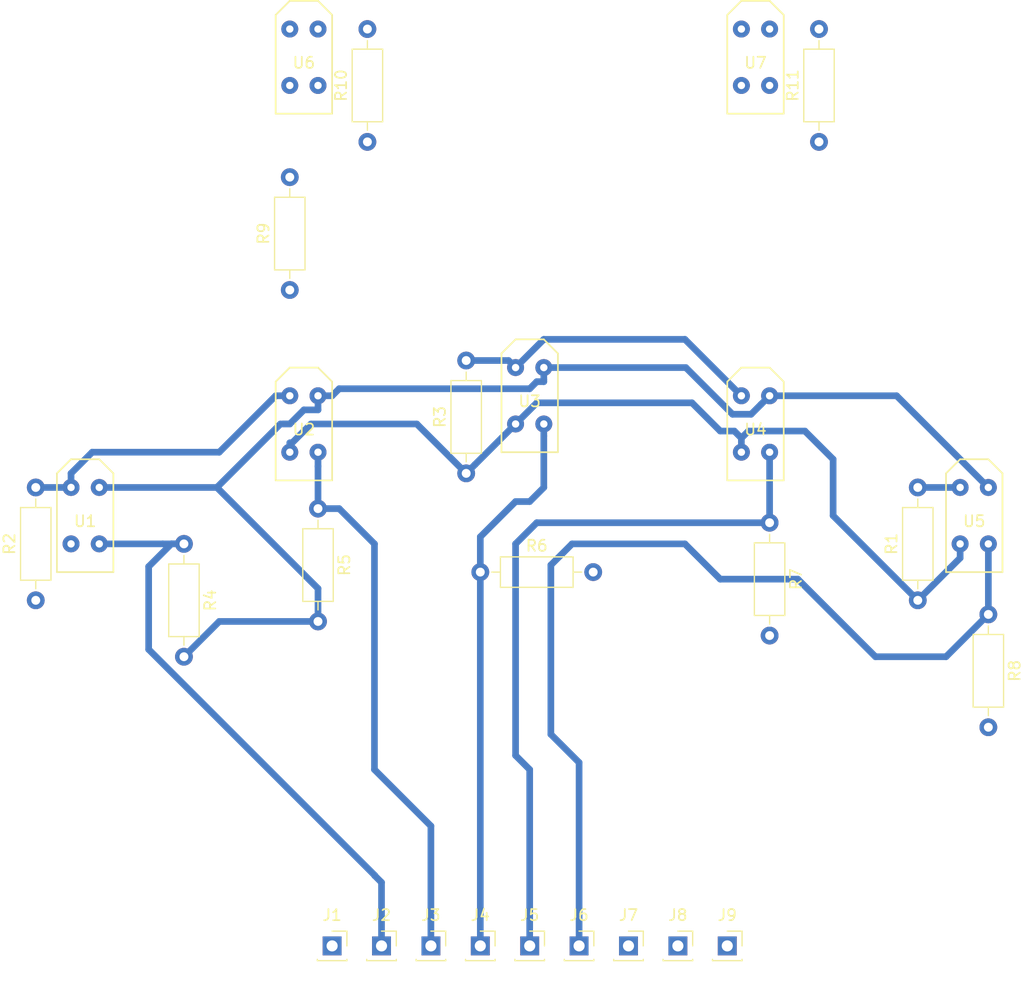
<source format=kicad_pcb>
(kicad_pcb (version 20171130) (host pcbnew "(5.0.2)-1")

  (general
    (thickness 1.6)
    (drawings 0)
    (tracks 96)
    (zones 0)
    (modules 27)
    (nets 14)
  )

  (page A4)
  (layers
    (0 F.Cu signal)
    (31 B.Cu signal)
    (32 B.Adhes user)
    (33 F.Adhes user)
    (34 B.Paste user)
    (35 F.Paste user)
    (36 B.SilkS user)
    (37 F.SilkS user)
    (38 B.Mask user)
    (39 F.Mask user)
    (40 Dwgs.User user)
    (41 Cmts.User user)
    (42 Eco1.User user)
    (43 Eco2.User user)
    (44 Edge.Cuts user)
    (45 Margin user)
    (46 B.CrtYd user)
    (47 F.CrtYd user)
    (48 B.Fab user)
    (49 F.Fab user)
  )

  (setup
    (last_trace_width 0.25)
    (trace_clearance 0.2)
    (zone_clearance 0.508)
    (zone_45_only no)
    (trace_min 0.2)
    (segment_width 0.2)
    (edge_width 0.15)
    (via_size 0.8)
    (via_drill 0.4)
    (via_min_size 0.4)
    (via_min_drill 0.3)
    (uvia_size 0.3)
    (uvia_drill 0.1)
    (uvias_allowed no)
    (uvia_min_size 0.2)
    (uvia_min_drill 0.1)
    (pcb_text_width 0.3)
    (pcb_text_size 1.5 1.5)
    (mod_edge_width 0.15)
    (mod_text_size 1 1)
    (mod_text_width 0.15)
    (pad_size 1.524 1.524)
    (pad_drill 0.762)
    (pad_to_mask_clearance 0.051)
    (solder_mask_min_width 0.25)
    (aux_axis_origin 0 0)
    (visible_elements 7FFFFFFF)
    (pcbplotparams
      (layerselection 0x010fc_ffffffff)
      (usegerberextensions false)
      (usegerberattributes false)
      (usegerberadvancedattributes false)
      (creategerberjobfile false)
      (excludeedgelayer true)
      (linewidth 0.100000)
      (plotframeref false)
      (viasonmask false)
      (mode 1)
      (useauxorigin false)
      (hpglpennumber 1)
      (hpglpenspeed 20)
      (hpglpendiameter 15.000000)
      (psnegative false)
      (psa4output false)
      (plotreference true)
      (plotvalue true)
      (plotinvisibletext false)
      (padsonsilk false)
      (subtractmaskfromsilk false)
      (outputformat 1)
      (mirror false)
      (drillshape 1)
      (scaleselection 1)
      (outputdirectory ""))
  )

  (net 0 "")
  (net 1 VCC)
  (net 2 S1)
  (net 3 S2)
  (net 4 S3)
  (net 5 S4)
  (net 6 S5)
  (net 7 S6)
  (net 8 S7)
  (net 9 GND)
  (net 10 "Net-(R1-Pad2)")
  (net 11 "Net-(R2-Pad2)")
  (net 12 "Net-(R3-Pad2)")
  (net 13 "Net-(R9-Pad2)")

  (net_class Default "Esta é a classe de rede padrão."
    (clearance 0.2)
    (trace_width 0.25)
    (via_dia 0.8)
    (via_drill 0.4)
    (uvia_dia 0.3)
    (uvia_drill 0.1)
  )

  (net_class track ""
    (clearance 0.6)
    (trace_width 0.6)
    (via_dia 1.6)
    (via_drill 1)
    (uvia_dia 0.3)
    (uvia_drill 0.1)
    (add_net GND)
    (add_net "Net-(R1-Pad2)")
    (add_net "Net-(R2-Pad2)")
    (add_net "Net-(R3-Pad2)")
    (add_net "Net-(R9-Pad2)")
    (add_net S1)
    (add_net S2)
    (add_net S3)
    (add_net S4)
    (add_net S5)
    (add_net S6)
    (add_net S7)
    (add_net VCC)
  )

  (module cyclophone:TCRT50002 (layer F.Cu) (tedit 5C50F7F0) (tstamp 5C6A71F4)
    (at 140.97 86.995)
    (path /5C4E1545)
    (fp_text reference U2 (at 0 0.5) (layer F.SilkS)
      (effects (font (size 1 1) (thickness 0.15)))
    )
    (fp_text value TCRT5000 (at 0 3.81) (layer F.Fab)
      (effects (font (size 1 1) (thickness 0.15)))
    )
    (fp_line (start -1.27 -5.08) (end 1.27 -5.08) (layer F.SilkS) (width 0.15))
    (fp_line (start 1.27 -5.08) (end 2.54 -3.81) (layer F.SilkS) (width 0.15))
    (fp_line (start 2.54 -3.81) (end 2.54 5.08) (layer F.SilkS) (width 0.15))
    (fp_line (start 2.54 5.08) (end -2.54 5.08) (layer F.SilkS) (width 0.15))
    (fp_line (start -2.54 5.08) (end -2.54 -3.81) (layer F.SilkS) (width 0.15))
    (fp_line (start -2.54 -3.81) (end -1.27 -5.08) (layer F.SilkS) (width 0.15))
    (pad 1 thru_hole circle (at -1.27 -2.54) (size 1.524 1.524) (drill 0.662) (layers *.Cu *.Mask)
      (net 11 "Net-(R2-Pad2)"))
    (pad 2 thru_hole circle (at 1.27 -2.54) (size 1.524 1.524) (drill 0.662) (layers *.Cu *.Mask)
      (net 9 GND))
    (pad 3 thru_hole circle (at -1.27 2.54) (size 1.524 1.524) (drill 0.662) (layers *.Cu *.Mask)
      (net 1 VCC))
    (pad 4 thru_hole circle (at 1.27 2.54) (size 1.524 1.524) (drill 0.662) (layers *.Cu *.Mask)
      (net 3 S2))
  )

  (module Connector_PinSocket_2.54mm:PinSocket_1x01_P2.54mm_Vertical (layer F.Cu) (tedit 5A19A434) (tstamp 5C685A21)
    (at 143.51 133.985)
    (descr "Through hole straight socket strip, 1x01, 2.54mm pitch, single row (from Kicad 4.0.7), script generated")
    (tags "Through hole socket strip THT 1x01 2.54mm single row")
    (path /5C4F42C9)
    (fp_text reference J1 (at 0 -2.77) (layer F.SilkS)
      (effects (font (size 1 1) (thickness 0.15)))
    )
    (fp_text value Conn_01x01_Female (at 0 2.77) (layer F.Fab)
      (effects (font (size 1 1) (thickness 0.15)))
    )
    (fp_line (start -1.27 -1.27) (end 0.635 -1.27) (layer F.Fab) (width 0.1))
    (fp_line (start 0.635 -1.27) (end 1.27 -0.635) (layer F.Fab) (width 0.1))
    (fp_line (start 1.27 -0.635) (end 1.27 1.27) (layer F.Fab) (width 0.1))
    (fp_line (start 1.27 1.27) (end -1.27 1.27) (layer F.Fab) (width 0.1))
    (fp_line (start -1.27 1.27) (end -1.27 -1.27) (layer F.Fab) (width 0.1))
    (fp_line (start -1.33 1.33) (end 1.33 1.33) (layer F.SilkS) (width 0.12))
    (fp_line (start -1.33 1.21) (end -1.33 1.33) (layer F.SilkS) (width 0.12))
    (fp_line (start 1.33 1.21) (end 1.33 1.33) (layer F.SilkS) (width 0.12))
    (fp_line (start 1.33 -1.33) (end 1.33 0) (layer F.SilkS) (width 0.12))
    (fp_line (start 0 -1.33) (end 1.33 -1.33) (layer F.SilkS) (width 0.12))
    (fp_line (start -1.8 -1.8) (end 1.75 -1.8) (layer F.CrtYd) (width 0.05))
    (fp_line (start 1.75 -1.8) (end 1.75 1.75) (layer F.CrtYd) (width 0.05))
    (fp_line (start 1.75 1.75) (end -1.8 1.75) (layer F.CrtYd) (width 0.05))
    (fp_line (start -1.8 1.75) (end -1.8 -1.8) (layer F.CrtYd) (width 0.05))
    (fp_text user %R (at 0 0) (layer F.Fab)
      (effects (font (size 1 1) (thickness 0.15)))
    )
    (pad 1 thru_hole rect (at 0 0) (size 1.7 1.7) (drill 1) (layers *.Cu *.Mask)
      (net 1 VCC))
    (model ${KISYS3DMOD}/Connector_PinSocket_2.54mm.3dshapes/PinSocket_1x01_P2.54mm_Vertical.wrl
      (at (xyz 0 0 0))
      (scale (xyz 1 1 1))
      (rotate (xyz 0 0 0))
    )
  )

  (module Connector_PinSocket_2.54mm:PinSocket_1x01_P2.54mm_Vertical (layer F.Cu) (tedit 5A19A434) (tstamp 5C685A35)
    (at 147.955 133.985)
    (descr "Through hole straight socket strip, 1x01, 2.54mm pitch, single row (from Kicad 4.0.7), script generated")
    (tags "Through hole socket strip THT 1x01 2.54mm single row")
    (path /5C4F436B)
    (fp_text reference J2 (at 0 -2.77) (layer F.SilkS)
      (effects (font (size 1 1) (thickness 0.15)))
    )
    (fp_text value Conn_01x01_Female (at 0 2.77) (layer F.Fab)
      (effects (font (size 1 1) (thickness 0.15)))
    )
    (fp_text user %R (at 0 0) (layer F.Fab)
      (effects (font (size 1 1) (thickness 0.15)))
    )
    (fp_line (start -1.8 1.75) (end -1.8 -1.8) (layer F.CrtYd) (width 0.05))
    (fp_line (start 1.75 1.75) (end -1.8 1.75) (layer F.CrtYd) (width 0.05))
    (fp_line (start 1.75 -1.8) (end 1.75 1.75) (layer F.CrtYd) (width 0.05))
    (fp_line (start -1.8 -1.8) (end 1.75 -1.8) (layer F.CrtYd) (width 0.05))
    (fp_line (start 0 -1.33) (end 1.33 -1.33) (layer F.SilkS) (width 0.12))
    (fp_line (start 1.33 -1.33) (end 1.33 0) (layer F.SilkS) (width 0.12))
    (fp_line (start 1.33 1.21) (end 1.33 1.33) (layer F.SilkS) (width 0.12))
    (fp_line (start -1.33 1.21) (end -1.33 1.33) (layer F.SilkS) (width 0.12))
    (fp_line (start -1.33 1.33) (end 1.33 1.33) (layer F.SilkS) (width 0.12))
    (fp_line (start -1.27 1.27) (end -1.27 -1.27) (layer F.Fab) (width 0.1))
    (fp_line (start 1.27 1.27) (end -1.27 1.27) (layer F.Fab) (width 0.1))
    (fp_line (start 1.27 -0.635) (end 1.27 1.27) (layer F.Fab) (width 0.1))
    (fp_line (start 0.635 -1.27) (end 1.27 -0.635) (layer F.Fab) (width 0.1))
    (fp_line (start -1.27 -1.27) (end 0.635 -1.27) (layer F.Fab) (width 0.1))
    (pad 1 thru_hole rect (at 0 0) (size 1.7 1.7) (drill 1) (layers *.Cu *.Mask)
      (net 2 S1))
    (model ${KISYS3DMOD}/Connector_PinSocket_2.54mm.3dshapes/PinSocket_1x01_P2.54mm_Vertical.wrl
      (at (xyz 0 0 0))
      (scale (xyz 1 1 1))
      (rotate (xyz 0 0 0))
    )
  )

  (module Connector_PinSocket_2.54mm:PinSocket_1x01_P2.54mm_Vertical (layer F.Cu) (tedit 5A19A434) (tstamp 5C685A49)
    (at 152.4 133.985)
    (descr "Through hole straight socket strip, 1x01, 2.54mm pitch, single row (from Kicad 4.0.7), script generated")
    (tags "Through hole socket strip THT 1x01 2.54mm single row")
    (path /5C4F43A5)
    (fp_text reference J3 (at 0 -2.77) (layer F.SilkS)
      (effects (font (size 1 1) (thickness 0.15)))
    )
    (fp_text value Conn_01x01_Female (at 0 2.77) (layer F.Fab)
      (effects (font (size 1 1) (thickness 0.15)))
    )
    (fp_line (start -1.27 -1.27) (end 0.635 -1.27) (layer F.Fab) (width 0.1))
    (fp_line (start 0.635 -1.27) (end 1.27 -0.635) (layer F.Fab) (width 0.1))
    (fp_line (start 1.27 -0.635) (end 1.27 1.27) (layer F.Fab) (width 0.1))
    (fp_line (start 1.27 1.27) (end -1.27 1.27) (layer F.Fab) (width 0.1))
    (fp_line (start -1.27 1.27) (end -1.27 -1.27) (layer F.Fab) (width 0.1))
    (fp_line (start -1.33 1.33) (end 1.33 1.33) (layer F.SilkS) (width 0.12))
    (fp_line (start -1.33 1.21) (end -1.33 1.33) (layer F.SilkS) (width 0.12))
    (fp_line (start 1.33 1.21) (end 1.33 1.33) (layer F.SilkS) (width 0.12))
    (fp_line (start 1.33 -1.33) (end 1.33 0) (layer F.SilkS) (width 0.12))
    (fp_line (start 0 -1.33) (end 1.33 -1.33) (layer F.SilkS) (width 0.12))
    (fp_line (start -1.8 -1.8) (end 1.75 -1.8) (layer F.CrtYd) (width 0.05))
    (fp_line (start 1.75 -1.8) (end 1.75 1.75) (layer F.CrtYd) (width 0.05))
    (fp_line (start 1.75 1.75) (end -1.8 1.75) (layer F.CrtYd) (width 0.05))
    (fp_line (start -1.8 1.75) (end -1.8 -1.8) (layer F.CrtYd) (width 0.05))
    (fp_text user %R (at 0 0) (layer F.Fab)
      (effects (font (size 1 1) (thickness 0.15)))
    )
    (pad 1 thru_hole rect (at 0 0) (size 1.7 1.7) (drill 1) (layers *.Cu *.Mask)
      (net 3 S2))
    (model ${KISYS3DMOD}/Connector_PinSocket_2.54mm.3dshapes/PinSocket_1x01_P2.54mm_Vertical.wrl
      (at (xyz 0 0 0))
      (scale (xyz 1 1 1))
      (rotate (xyz 0 0 0))
    )
  )

  (module Connector_PinSocket_2.54mm:PinSocket_1x01_P2.54mm_Vertical (layer F.Cu) (tedit 5A19A434) (tstamp 5C685A5D)
    (at 156.845 133.985)
    (descr "Through hole straight socket strip, 1x01, 2.54mm pitch, single row (from Kicad 4.0.7), script generated")
    (tags "Through hole socket strip THT 1x01 2.54mm single row")
    (path /5C4F43E1)
    (fp_text reference J4 (at 0 -2.77) (layer F.SilkS)
      (effects (font (size 1 1) (thickness 0.15)))
    )
    (fp_text value Conn_01x01_Female (at 0 2.77) (layer F.Fab)
      (effects (font (size 1 1) (thickness 0.15)))
    )
    (fp_text user %R (at 0 0) (layer F.Fab)
      (effects (font (size 1 1) (thickness 0.15)))
    )
    (fp_line (start -1.8 1.75) (end -1.8 -1.8) (layer F.CrtYd) (width 0.05))
    (fp_line (start 1.75 1.75) (end -1.8 1.75) (layer F.CrtYd) (width 0.05))
    (fp_line (start 1.75 -1.8) (end 1.75 1.75) (layer F.CrtYd) (width 0.05))
    (fp_line (start -1.8 -1.8) (end 1.75 -1.8) (layer F.CrtYd) (width 0.05))
    (fp_line (start 0 -1.33) (end 1.33 -1.33) (layer F.SilkS) (width 0.12))
    (fp_line (start 1.33 -1.33) (end 1.33 0) (layer F.SilkS) (width 0.12))
    (fp_line (start 1.33 1.21) (end 1.33 1.33) (layer F.SilkS) (width 0.12))
    (fp_line (start -1.33 1.21) (end -1.33 1.33) (layer F.SilkS) (width 0.12))
    (fp_line (start -1.33 1.33) (end 1.33 1.33) (layer F.SilkS) (width 0.12))
    (fp_line (start -1.27 1.27) (end -1.27 -1.27) (layer F.Fab) (width 0.1))
    (fp_line (start 1.27 1.27) (end -1.27 1.27) (layer F.Fab) (width 0.1))
    (fp_line (start 1.27 -0.635) (end 1.27 1.27) (layer F.Fab) (width 0.1))
    (fp_line (start 0.635 -1.27) (end 1.27 -0.635) (layer F.Fab) (width 0.1))
    (fp_line (start -1.27 -1.27) (end 0.635 -1.27) (layer F.Fab) (width 0.1))
    (pad 1 thru_hole rect (at 0 0) (size 1.7 1.7) (drill 1) (layers *.Cu *.Mask)
      (net 4 S3))
    (model ${KISYS3DMOD}/Connector_PinSocket_2.54mm.3dshapes/PinSocket_1x01_P2.54mm_Vertical.wrl
      (at (xyz 0 0 0))
      (scale (xyz 1 1 1))
      (rotate (xyz 0 0 0))
    )
  )

  (module Connector_PinSocket_2.54mm:PinSocket_1x01_P2.54mm_Vertical (layer F.Cu) (tedit 5A19A434) (tstamp 5C685A71)
    (at 161.29 133.985)
    (descr "Through hole straight socket strip, 1x01, 2.54mm pitch, single row (from Kicad 4.0.7), script generated")
    (tags "Through hole socket strip THT 1x01 2.54mm single row")
    (path /5C4F446B)
    (fp_text reference J5 (at 0 -2.77) (layer F.SilkS)
      (effects (font (size 1 1) (thickness 0.15)))
    )
    (fp_text value Conn_01x01_Female (at 0 2.77) (layer F.Fab)
      (effects (font (size 1 1) (thickness 0.15)))
    )
    (fp_line (start -1.27 -1.27) (end 0.635 -1.27) (layer F.Fab) (width 0.1))
    (fp_line (start 0.635 -1.27) (end 1.27 -0.635) (layer F.Fab) (width 0.1))
    (fp_line (start 1.27 -0.635) (end 1.27 1.27) (layer F.Fab) (width 0.1))
    (fp_line (start 1.27 1.27) (end -1.27 1.27) (layer F.Fab) (width 0.1))
    (fp_line (start -1.27 1.27) (end -1.27 -1.27) (layer F.Fab) (width 0.1))
    (fp_line (start -1.33 1.33) (end 1.33 1.33) (layer F.SilkS) (width 0.12))
    (fp_line (start -1.33 1.21) (end -1.33 1.33) (layer F.SilkS) (width 0.12))
    (fp_line (start 1.33 1.21) (end 1.33 1.33) (layer F.SilkS) (width 0.12))
    (fp_line (start 1.33 -1.33) (end 1.33 0) (layer F.SilkS) (width 0.12))
    (fp_line (start 0 -1.33) (end 1.33 -1.33) (layer F.SilkS) (width 0.12))
    (fp_line (start -1.8 -1.8) (end 1.75 -1.8) (layer F.CrtYd) (width 0.05))
    (fp_line (start 1.75 -1.8) (end 1.75 1.75) (layer F.CrtYd) (width 0.05))
    (fp_line (start 1.75 1.75) (end -1.8 1.75) (layer F.CrtYd) (width 0.05))
    (fp_line (start -1.8 1.75) (end -1.8 -1.8) (layer F.CrtYd) (width 0.05))
    (fp_text user %R (at 0 0) (layer F.Fab)
      (effects (font (size 1 1) (thickness 0.15)))
    )
    (pad 1 thru_hole rect (at 0 0) (size 1.7 1.7) (drill 1) (layers *.Cu *.Mask)
      (net 5 S4))
    (model ${KISYS3DMOD}/Connector_PinSocket_2.54mm.3dshapes/PinSocket_1x01_P2.54mm_Vertical.wrl
      (at (xyz 0 0 0))
      (scale (xyz 1 1 1))
      (rotate (xyz 0 0 0))
    )
  )

  (module Connector_PinSocket_2.54mm:PinSocket_1x01_P2.54mm_Vertical (layer F.Cu) (tedit 5A19A434) (tstamp 5C685A85)
    (at 165.735 133.985)
    (descr "Through hole straight socket strip, 1x01, 2.54mm pitch, single row (from Kicad 4.0.7), script generated")
    (tags "Through hole socket strip THT 1x01 2.54mm single row")
    (path /5C4F44AB)
    (fp_text reference J6 (at 0 -2.77) (layer F.SilkS)
      (effects (font (size 1 1) (thickness 0.15)))
    )
    (fp_text value Conn_01x01_Female (at 0 2.77) (layer F.Fab)
      (effects (font (size 1 1) (thickness 0.15)))
    )
    (fp_text user %R (at 0 0) (layer F.Fab)
      (effects (font (size 1 1) (thickness 0.15)))
    )
    (fp_line (start -1.8 1.75) (end -1.8 -1.8) (layer F.CrtYd) (width 0.05))
    (fp_line (start 1.75 1.75) (end -1.8 1.75) (layer F.CrtYd) (width 0.05))
    (fp_line (start 1.75 -1.8) (end 1.75 1.75) (layer F.CrtYd) (width 0.05))
    (fp_line (start -1.8 -1.8) (end 1.75 -1.8) (layer F.CrtYd) (width 0.05))
    (fp_line (start 0 -1.33) (end 1.33 -1.33) (layer F.SilkS) (width 0.12))
    (fp_line (start 1.33 -1.33) (end 1.33 0) (layer F.SilkS) (width 0.12))
    (fp_line (start 1.33 1.21) (end 1.33 1.33) (layer F.SilkS) (width 0.12))
    (fp_line (start -1.33 1.21) (end -1.33 1.33) (layer F.SilkS) (width 0.12))
    (fp_line (start -1.33 1.33) (end 1.33 1.33) (layer F.SilkS) (width 0.12))
    (fp_line (start -1.27 1.27) (end -1.27 -1.27) (layer F.Fab) (width 0.1))
    (fp_line (start 1.27 1.27) (end -1.27 1.27) (layer F.Fab) (width 0.1))
    (fp_line (start 1.27 -0.635) (end 1.27 1.27) (layer F.Fab) (width 0.1))
    (fp_line (start 0.635 -1.27) (end 1.27 -0.635) (layer F.Fab) (width 0.1))
    (fp_line (start -1.27 -1.27) (end 0.635 -1.27) (layer F.Fab) (width 0.1))
    (pad 1 thru_hole rect (at 0 0) (size 1.7 1.7) (drill 1) (layers *.Cu *.Mask)
      (net 6 S5))
    (model ${KISYS3DMOD}/Connector_PinSocket_2.54mm.3dshapes/PinSocket_1x01_P2.54mm_Vertical.wrl
      (at (xyz 0 0 0))
      (scale (xyz 1 1 1))
      (rotate (xyz 0 0 0))
    )
  )

  (module Connector_PinSocket_2.54mm:PinSocket_1x01_P2.54mm_Vertical (layer F.Cu) (tedit 5A19A434) (tstamp 5C685A99)
    (at 170.18 133.985)
    (descr "Through hole straight socket strip, 1x01, 2.54mm pitch, single row (from Kicad 4.0.7), script generated")
    (tags "Through hole socket strip THT 1x01 2.54mm single row")
    (path /5C4F44ED)
    (fp_text reference J7 (at 0 -2.77) (layer F.SilkS)
      (effects (font (size 1 1) (thickness 0.15)))
    )
    (fp_text value Conn_01x01_Female (at 0 2.77) (layer F.Fab)
      (effects (font (size 1 1) (thickness 0.15)))
    )
    (fp_line (start -1.27 -1.27) (end 0.635 -1.27) (layer F.Fab) (width 0.1))
    (fp_line (start 0.635 -1.27) (end 1.27 -0.635) (layer F.Fab) (width 0.1))
    (fp_line (start 1.27 -0.635) (end 1.27 1.27) (layer F.Fab) (width 0.1))
    (fp_line (start 1.27 1.27) (end -1.27 1.27) (layer F.Fab) (width 0.1))
    (fp_line (start -1.27 1.27) (end -1.27 -1.27) (layer F.Fab) (width 0.1))
    (fp_line (start -1.33 1.33) (end 1.33 1.33) (layer F.SilkS) (width 0.12))
    (fp_line (start -1.33 1.21) (end -1.33 1.33) (layer F.SilkS) (width 0.12))
    (fp_line (start 1.33 1.21) (end 1.33 1.33) (layer F.SilkS) (width 0.12))
    (fp_line (start 1.33 -1.33) (end 1.33 0) (layer F.SilkS) (width 0.12))
    (fp_line (start 0 -1.33) (end 1.33 -1.33) (layer F.SilkS) (width 0.12))
    (fp_line (start -1.8 -1.8) (end 1.75 -1.8) (layer F.CrtYd) (width 0.05))
    (fp_line (start 1.75 -1.8) (end 1.75 1.75) (layer F.CrtYd) (width 0.05))
    (fp_line (start 1.75 1.75) (end -1.8 1.75) (layer F.CrtYd) (width 0.05))
    (fp_line (start -1.8 1.75) (end -1.8 -1.8) (layer F.CrtYd) (width 0.05))
    (fp_text user %R (at 0 0) (layer F.Fab)
      (effects (font (size 1 1) (thickness 0.15)))
    )
    (pad 1 thru_hole rect (at 0 0) (size 1.7 1.7) (drill 1) (layers *.Cu *.Mask)
      (net 7 S6))
    (model ${KISYS3DMOD}/Connector_PinSocket_2.54mm.3dshapes/PinSocket_1x01_P2.54mm_Vertical.wrl
      (at (xyz 0 0 0))
      (scale (xyz 1 1 1))
      (rotate (xyz 0 0 0))
    )
  )

  (module Connector_PinSocket_2.54mm:PinSocket_1x01_P2.54mm_Vertical (layer F.Cu) (tedit 5A19A434) (tstamp 5C685AAD)
    (at 174.625 133.985)
    (descr "Through hole straight socket strip, 1x01, 2.54mm pitch, single row (from Kicad 4.0.7), script generated")
    (tags "Through hole socket strip THT 1x01 2.54mm single row")
    (path /5C4F4531)
    (fp_text reference J8 (at 0 -2.77) (layer F.SilkS)
      (effects (font (size 1 1) (thickness 0.15)))
    )
    (fp_text value Conn_01x01_Female (at 0 2.77) (layer F.Fab)
      (effects (font (size 1 1) (thickness 0.15)))
    )
    (fp_text user %R (at 0 0) (layer F.Fab)
      (effects (font (size 1 1) (thickness 0.15)))
    )
    (fp_line (start -1.8 1.75) (end -1.8 -1.8) (layer F.CrtYd) (width 0.05))
    (fp_line (start 1.75 1.75) (end -1.8 1.75) (layer F.CrtYd) (width 0.05))
    (fp_line (start 1.75 -1.8) (end 1.75 1.75) (layer F.CrtYd) (width 0.05))
    (fp_line (start -1.8 -1.8) (end 1.75 -1.8) (layer F.CrtYd) (width 0.05))
    (fp_line (start 0 -1.33) (end 1.33 -1.33) (layer F.SilkS) (width 0.12))
    (fp_line (start 1.33 -1.33) (end 1.33 0) (layer F.SilkS) (width 0.12))
    (fp_line (start 1.33 1.21) (end 1.33 1.33) (layer F.SilkS) (width 0.12))
    (fp_line (start -1.33 1.21) (end -1.33 1.33) (layer F.SilkS) (width 0.12))
    (fp_line (start -1.33 1.33) (end 1.33 1.33) (layer F.SilkS) (width 0.12))
    (fp_line (start -1.27 1.27) (end -1.27 -1.27) (layer F.Fab) (width 0.1))
    (fp_line (start 1.27 1.27) (end -1.27 1.27) (layer F.Fab) (width 0.1))
    (fp_line (start 1.27 -0.635) (end 1.27 1.27) (layer F.Fab) (width 0.1))
    (fp_line (start 0.635 -1.27) (end 1.27 -0.635) (layer F.Fab) (width 0.1))
    (fp_line (start -1.27 -1.27) (end 0.635 -1.27) (layer F.Fab) (width 0.1))
    (pad 1 thru_hole rect (at 0 0) (size 1.7 1.7) (drill 1) (layers *.Cu *.Mask)
      (net 8 S7))
    (model ${KISYS3DMOD}/Connector_PinSocket_2.54mm.3dshapes/PinSocket_1x01_P2.54mm_Vertical.wrl
      (at (xyz 0 0 0))
      (scale (xyz 1 1 1))
      (rotate (xyz 0 0 0))
    )
  )

  (module Connector_PinSocket_2.54mm:PinSocket_1x01_P2.54mm_Vertical (layer F.Cu) (tedit 5A19A434) (tstamp 5C685AC1)
    (at 179.07 133.985)
    (descr "Through hole straight socket strip, 1x01, 2.54mm pitch, single row (from Kicad 4.0.7), script generated")
    (tags "Through hole socket strip THT 1x01 2.54mm single row")
    (path /5C4F4577)
    (fp_text reference J9 (at 0 -2.77) (layer F.SilkS)
      (effects (font (size 1 1) (thickness 0.15)))
    )
    (fp_text value Conn_01x01_Female (at 0 2.77) (layer F.Fab)
      (effects (font (size 1 1) (thickness 0.15)))
    )
    (fp_line (start -1.27 -1.27) (end 0.635 -1.27) (layer F.Fab) (width 0.1))
    (fp_line (start 0.635 -1.27) (end 1.27 -0.635) (layer F.Fab) (width 0.1))
    (fp_line (start 1.27 -0.635) (end 1.27 1.27) (layer F.Fab) (width 0.1))
    (fp_line (start 1.27 1.27) (end -1.27 1.27) (layer F.Fab) (width 0.1))
    (fp_line (start -1.27 1.27) (end -1.27 -1.27) (layer F.Fab) (width 0.1))
    (fp_line (start -1.33 1.33) (end 1.33 1.33) (layer F.SilkS) (width 0.12))
    (fp_line (start -1.33 1.21) (end -1.33 1.33) (layer F.SilkS) (width 0.12))
    (fp_line (start 1.33 1.21) (end 1.33 1.33) (layer F.SilkS) (width 0.12))
    (fp_line (start 1.33 -1.33) (end 1.33 0) (layer F.SilkS) (width 0.12))
    (fp_line (start 0 -1.33) (end 1.33 -1.33) (layer F.SilkS) (width 0.12))
    (fp_line (start -1.8 -1.8) (end 1.75 -1.8) (layer F.CrtYd) (width 0.05))
    (fp_line (start 1.75 -1.8) (end 1.75 1.75) (layer F.CrtYd) (width 0.05))
    (fp_line (start 1.75 1.75) (end -1.8 1.75) (layer F.CrtYd) (width 0.05))
    (fp_line (start -1.8 1.75) (end -1.8 -1.8) (layer F.CrtYd) (width 0.05))
    (fp_text user %R (at 0 0) (layer F.Fab)
      (effects (font (size 1 1) (thickness 0.15)))
    )
    (pad 1 thru_hole rect (at 0 0) (size 1.7 1.7) (drill 1) (layers *.Cu *.Mask)
      (net 9 GND))
    (model ${KISYS3DMOD}/Connector_PinSocket_2.54mm.3dshapes/PinSocket_1x01_P2.54mm_Vertical.wrl
      (at (xyz 0 0 0))
      (scale (xyz 1 1 1))
      (rotate (xyz 0 0 0))
    )
  )

  (module Resistor_THT:R_Axial_DIN0207_L6.3mm_D2.5mm_P10.16mm_Horizontal (layer F.Cu) (tedit 5AE5139B) (tstamp 5C6A74A9)
    (at 196.215 102.87 90)
    (descr "Resistor, Axial_DIN0207 series, Axial, Horizontal, pin pitch=10.16mm, 0.25W = 1/4W, length*diameter=6.3*2.5mm^2, http://cdn-reichelt.de/documents/datenblatt/B400/1_4W%23YAG.pdf")
    (tags "Resistor Axial_DIN0207 series Axial Horizontal pin pitch 10.16mm 0.25W = 1/4W length 6.3mm diameter 2.5mm")
    (path /5C4ED81C)
    (fp_text reference R1 (at 5.08 -2.37 90) (layer F.SilkS)
      (effects (font (size 1 1) (thickness 0.15)))
    )
    (fp_text value 330 (at 5.08 2.37 90) (layer F.Fab)
      (effects (font (size 1 1) (thickness 0.15)))
    )
    (fp_text user %R (at 5.08 0 90) (layer F.Fab)
      (effects (font (size 1 1) (thickness 0.15)))
    )
    (fp_line (start 11.21 -1.5) (end -1.05 -1.5) (layer F.CrtYd) (width 0.05))
    (fp_line (start 11.21 1.5) (end 11.21 -1.5) (layer F.CrtYd) (width 0.05))
    (fp_line (start -1.05 1.5) (end 11.21 1.5) (layer F.CrtYd) (width 0.05))
    (fp_line (start -1.05 -1.5) (end -1.05 1.5) (layer F.CrtYd) (width 0.05))
    (fp_line (start 9.12 0) (end 8.35 0) (layer F.SilkS) (width 0.12))
    (fp_line (start 1.04 0) (end 1.81 0) (layer F.SilkS) (width 0.12))
    (fp_line (start 8.35 -1.37) (end 1.81 -1.37) (layer F.SilkS) (width 0.12))
    (fp_line (start 8.35 1.37) (end 8.35 -1.37) (layer F.SilkS) (width 0.12))
    (fp_line (start 1.81 1.37) (end 8.35 1.37) (layer F.SilkS) (width 0.12))
    (fp_line (start 1.81 -1.37) (end 1.81 1.37) (layer F.SilkS) (width 0.12))
    (fp_line (start 10.16 0) (end 8.23 0) (layer F.Fab) (width 0.1))
    (fp_line (start 0 0) (end 1.93 0) (layer F.Fab) (width 0.1))
    (fp_line (start 8.23 -1.25) (end 1.93 -1.25) (layer F.Fab) (width 0.1))
    (fp_line (start 8.23 1.25) (end 8.23 -1.25) (layer F.Fab) (width 0.1))
    (fp_line (start 1.93 1.25) (end 8.23 1.25) (layer F.Fab) (width 0.1))
    (fp_line (start 1.93 -1.25) (end 1.93 1.25) (layer F.Fab) (width 0.1))
    (pad 2 thru_hole oval (at 10.16 0 90) (size 1.6 1.6) (drill 0.8) (layers *.Cu *.Mask)
      (net 10 "Net-(R1-Pad2)"))
    (pad 1 thru_hole circle (at 0 0 90) (size 1.6 1.6) (drill 0.8) (layers *.Cu *.Mask)
      (net 1 VCC))
    (model ${KISYS3DMOD}/Resistor_THT.3dshapes/R_Axial_DIN0207_L6.3mm_D2.5mm_P10.16mm_Horizontal.wrl
      (at (xyz 0 0 0))
      (scale (xyz 1 1 1))
      (rotate (xyz 0 0 0))
    )
  )

  (module Resistor_THT:R_Axial_DIN0207_L6.3mm_D2.5mm_P10.16mm_Horizontal (layer F.Cu) (tedit 5AE5139B) (tstamp 5C685AEF)
    (at 116.84 102.87 90)
    (descr "Resistor, Axial_DIN0207 series, Axial, Horizontal, pin pitch=10.16mm, 0.25W = 1/4W, length*diameter=6.3*2.5mm^2, http://cdn-reichelt.de/documents/datenblatt/B400/1_4W%23YAG.pdf")
    (tags "Resistor Axial_DIN0207 series Axial Horizontal pin pitch 10.16mm 0.25W = 1/4W length 6.3mm diameter 2.5mm")
    (path /5C4E0CAD)
    (fp_text reference R2 (at 5.08 -2.37 90) (layer F.SilkS)
      (effects (font (size 1 1) (thickness 0.15)))
    )
    (fp_text value 330 (at 5.08 2.37 90) (layer F.Fab)
      (effects (font (size 1 1) (thickness 0.15)))
    )
    (fp_line (start 1.93 -1.25) (end 1.93 1.25) (layer F.Fab) (width 0.1))
    (fp_line (start 1.93 1.25) (end 8.23 1.25) (layer F.Fab) (width 0.1))
    (fp_line (start 8.23 1.25) (end 8.23 -1.25) (layer F.Fab) (width 0.1))
    (fp_line (start 8.23 -1.25) (end 1.93 -1.25) (layer F.Fab) (width 0.1))
    (fp_line (start 0 0) (end 1.93 0) (layer F.Fab) (width 0.1))
    (fp_line (start 10.16 0) (end 8.23 0) (layer F.Fab) (width 0.1))
    (fp_line (start 1.81 -1.37) (end 1.81 1.37) (layer F.SilkS) (width 0.12))
    (fp_line (start 1.81 1.37) (end 8.35 1.37) (layer F.SilkS) (width 0.12))
    (fp_line (start 8.35 1.37) (end 8.35 -1.37) (layer F.SilkS) (width 0.12))
    (fp_line (start 8.35 -1.37) (end 1.81 -1.37) (layer F.SilkS) (width 0.12))
    (fp_line (start 1.04 0) (end 1.81 0) (layer F.SilkS) (width 0.12))
    (fp_line (start 9.12 0) (end 8.35 0) (layer F.SilkS) (width 0.12))
    (fp_line (start -1.05 -1.5) (end -1.05 1.5) (layer F.CrtYd) (width 0.05))
    (fp_line (start -1.05 1.5) (end 11.21 1.5) (layer F.CrtYd) (width 0.05))
    (fp_line (start 11.21 1.5) (end 11.21 -1.5) (layer F.CrtYd) (width 0.05))
    (fp_line (start 11.21 -1.5) (end -1.05 -1.5) (layer F.CrtYd) (width 0.05))
    (fp_text user %R (at 5.08 0 90) (layer F.Fab)
      (effects (font (size 1 1) (thickness 0.15)))
    )
    (pad 1 thru_hole circle (at 0 0 90) (size 1.6 1.6) (drill 0.8) (layers *.Cu *.Mask)
      (net 1 VCC))
    (pad 2 thru_hole oval (at 10.16 0 90) (size 1.6 1.6) (drill 0.8) (layers *.Cu *.Mask)
      (net 11 "Net-(R2-Pad2)"))
    (model ${KISYS3DMOD}/Resistor_THT.3dshapes/R_Axial_DIN0207_L6.3mm_D2.5mm_P10.16mm_Horizontal.wrl
      (at (xyz 0 0 0))
      (scale (xyz 1 1 1))
      (rotate (xyz 0 0 0))
    )
  )

  (module Resistor_THT:R_Axial_DIN0207_L6.3mm_D2.5mm_P10.16mm_Horizontal (layer F.Cu) (tedit 5AE5139B) (tstamp 5C685B06)
    (at 155.575 91.44 90)
    (descr "Resistor, Axial_DIN0207 series, Axial, Horizontal, pin pitch=10.16mm, 0.25W = 1/4W, length*diameter=6.3*2.5mm^2, http://cdn-reichelt.de/documents/datenblatt/B400/1_4W%23YAG.pdf")
    (tags "Resistor Axial_DIN0207 series Axial Horizontal pin pitch 10.16mm 0.25W = 1/4W length 6.3mm diameter 2.5mm")
    (path /5C4EC87E)
    (fp_text reference R3 (at 5.08 -2.37 90) (layer F.SilkS)
      (effects (font (size 1 1) (thickness 0.15)))
    )
    (fp_text value 330 (at 5.08 2.37 90) (layer F.Fab)
      (effects (font (size 1 1) (thickness 0.15)))
    )
    (fp_line (start 1.93 -1.25) (end 1.93 1.25) (layer F.Fab) (width 0.1))
    (fp_line (start 1.93 1.25) (end 8.23 1.25) (layer F.Fab) (width 0.1))
    (fp_line (start 8.23 1.25) (end 8.23 -1.25) (layer F.Fab) (width 0.1))
    (fp_line (start 8.23 -1.25) (end 1.93 -1.25) (layer F.Fab) (width 0.1))
    (fp_line (start 0 0) (end 1.93 0) (layer F.Fab) (width 0.1))
    (fp_line (start 10.16 0) (end 8.23 0) (layer F.Fab) (width 0.1))
    (fp_line (start 1.81 -1.37) (end 1.81 1.37) (layer F.SilkS) (width 0.12))
    (fp_line (start 1.81 1.37) (end 8.35 1.37) (layer F.SilkS) (width 0.12))
    (fp_line (start 8.35 1.37) (end 8.35 -1.37) (layer F.SilkS) (width 0.12))
    (fp_line (start 8.35 -1.37) (end 1.81 -1.37) (layer F.SilkS) (width 0.12))
    (fp_line (start 1.04 0) (end 1.81 0) (layer F.SilkS) (width 0.12))
    (fp_line (start 9.12 0) (end 8.35 0) (layer F.SilkS) (width 0.12))
    (fp_line (start -1.05 -1.5) (end -1.05 1.5) (layer F.CrtYd) (width 0.05))
    (fp_line (start -1.05 1.5) (end 11.21 1.5) (layer F.CrtYd) (width 0.05))
    (fp_line (start 11.21 1.5) (end 11.21 -1.5) (layer F.CrtYd) (width 0.05))
    (fp_line (start 11.21 -1.5) (end -1.05 -1.5) (layer F.CrtYd) (width 0.05))
    (fp_text user %R (at 5.08 0 90) (layer F.Fab)
      (effects (font (size 1 1) (thickness 0.15)))
    )
    (pad 1 thru_hole circle (at 0 0 90) (size 1.6 1.6) (drill 0.8) (layers *.Cu *.Mask)
      (net 1 VCC))
    (pad 2 thru_hole oval (at 10.16 0 90) (size 1.6 1.6) (drill 0.8) (layers *.Cu *.Mask)
      (net 12 "Net-(R3-Pad2)"))
    (model ${KISYS3DMOD}/Resistor_THT.3dshapes/R_Axial_DIN0207_L6.3mm_D2.5mm_P10.16mm_Horizontal.wrl
      (at (xyz 0 0 0))
      (scale (xyz 1 1 1))
      (rotate (xyz 0 0 0))
    )
  )

  (module Resistor_THT:R_Axial_DIN0207_L6.3mm_D2.5mm_P10.16mm_Horizontal (layer F.Cu) (tedit 5AE5139B) (tstamp 5C6A78DE)
    (at 130.175 97.79 270)
    (descr "Resistor, Axial_DIN0207 series, Axial, Horizontal, pin pitch=10.16mm, 0.25W = 1/4W, length*diameter=6.3*2.5mm^2, http://cdn-reichelt.de/documents/datenblatt/B400/1_4W%23YAG.pdf")
    (tags "Resistor Axial_DIN0207 series Axial Horizontal pin pitch 10.16mm 0.25W = 1/4W length 6.3mm diameter 2.5mm")
    (path /5C4E5C42)
    (fp_text reference R4 (at 5.08 -2.37 270) (layer F.SilkS)
      (effects (font (size 1 1) (thickness 0.15)))
    )
    (fp_text value 10k (at 5.08 2.37 270) (layer F.Fab)
      (effects (font (size 1 1) (thickness 0.15)))
    )
    (fp_text user %R (at 5.08 0 270) (layer F.Fab)
      (effects (font (size 1 1) (thickness 0.15)))
    )
    (fp_line (start 11.21 -1.5) (end -1.05 -1.5) (layer F.CrtYd) (width 0.05))
    (fp_line (start 11.21 1.5) (end 11.21 -1.5) (layer F.CrtYd) (width 0.05))
    (fp_line (start -1.05 1.5) (end 11.21 1.5) (layer F.CrtYd) (width 0.05))
    (fp_line (start -1.05 -1.5) (end -1.05 1.5) (layer F.CrtYd) (width 0.05))
    (fp_line (start 9.12 0) (end 8.35 0) (layer F.SilkS) (width 0.12))
    (fp_line (start 1.04 0) (end 1.81 0) (layer F.SilkS) (width 0.12))
    (fp_line (start 8.35 -1.37) (end 1.81 -1.37) (layer F.SilkS) (width 0.12))
    (fp_line (start 8.35 1.37) (end 8.35 -1.37) (layer F.SilkS) (width 0.12))
    (fp_line (start 1.81 1.37) (end 8.35 1.37) (layer F.SilkS) (width 0.12))
    (fp_line (start 1.81 -1.37) (end 1.81 1.37) (layer F.SilkS) (width 0.12))
    (fp_line (start 10.16 0) (end 8.23 0) (layer F.Fab) (width 0.1))
    (fp_line (start 0 0) (end 1.93 0) (layer F.Fab) (width 0.1))
    (fp_line (start 8.23 -1.25) (end 1.93 -1.25) (layer F.Fab) (width 0.1))
    (fp_line (start 8.23 1.25) (end 8.23 -1.25) (layer F.Fab) (width 0.1))
    (fp_line (start 1.93 1.25) (end 8.23 1.25) (layer F.Fab) (width 0.1))
    (fp_line (start 1.93 -1.25) (end 1.93 1.25) (layer F.Fab) (width 0.1))
    (pad 2 thru_hole oval (at 10.16 0 270) (size 1.6 1.6) (drill 0.8) (layers *.Cu *.Mask)
      (net 9 GND))
    (pad 1 thru_hole circle (at 0 0 270) (size 1.6 1.6) (drill 0.8) (layers *.Cu *.Mask)
      (net 2 S1))
    (model ${KISYS3DMOD}/Resistor_THT.3dshapes/R_Axial_DIN0207_L6.3mm_D2.5mm_P10.16mm_Horizontal.wrl
      (at (xyz 0 0 0))
      (scale (xyz 1 1 1))
      (rotate (xyz 0 0 0))
    )
  )

  (module Resistor_THT:R_Axial_DIN0207_L6.3mm_D2.5mm_P10.16mm_Horizontal (layer F.Cu) (tedit 5AE5139B) (tstamp 5C685B34)
    (at 142.24 94.615 270)
    (descr "Resistor, Axial_DIN0207 series, Axial, Horizontal, pin pitch=10.16mm, 0.25W = 1/4W, length*diameter=6.3*2.5mm^2, http://cdn-reichelt.de/documents/datenblatt/B400/1_4W%23YAG.pdf")
    (tags "Resistor Axial_DIN0207 series Axial Horizontal pin pitch 10.16mm 0.25W = 1/4W length 6.3mm diameter 2.5mm")
    (path /5C4E0DD8)
    (fp_text reference R5 (at 5.08 -2.37 270) (layer F.SilkS)
      (effects (font (size 1 1) (thickness 0.15)))
    )
    (fp_text value 10k (at 5.08 2.37 270) (layer F.Fab)
      (effects (font (size 1 1) (thickness 0.15)))
    )
    (fp_line (start 1.93 -1.25) (end 1.93 1.25) (layer F.Fab) (width 0.1))
    (fp_line (start 1.93 1.25) (end 8.23 1.25) (layer F.Fab) (width 0.1))
    (fp_line (start 8.23 1.25) (end 8.23 -1.25) (layer F.Fab) (width 0.1))
    (fp_line (start 8.23 -1.25) (end 1.93 -1.25) (layer F.Fab) (width 0.1))
    (fp_line (start 0 0) (end 1.93 0) (layer F.Fab) (width 0.1))
    (fp_line (start 10.16 0) (end 8.23 0) (layer F.Fab) (width 0.1))
    (fp_line (start 1.81 -1.37) (end 1.81 1.37) (layer F.SilkS) (width 0.12))
    (fp_line (start 1.81 1.37) (end 8.35 1.37) (layer F.SilkS) (width 0.12))
    (fp_line (start 8.35 1.37) (end 8.35 -1.37) (layer F.SilkS) (width 0.12))
    (fp_line (start 8.35 -1.37) (end 1.81 -1.37) (layer F.SilkS) (width 0.12))
    (fp_line (start 1.04 0) (end 1.81 0) (layer F.SilkS) (width 0.12))
    (fp_line (start 9.12 0) (end 8.35 0) (layer F.SilkS) (width 0.12))
    (fp_line (start -1.05 -1.5) (end -1.05 1.5) (layer F.CrtYd) (width 0.05))
    (fp_line (start -1.05 1.5) (end 11.21 1.5) (layer F.CrtYd) (width 0.05))
    (fp_line (start 11.21 1.5) (end 11.21 -1.5) (layer F.CrtYd) (width 0.05))
    (fp_line (start 11.21 -1.5) (end -1.05 -1.5) (layer F.CrtYd) (width 0.05))
    (fp_text user %R (at 5.08 0 270) (layer F.Fab)
      (effects (font (size 1 1) (thickness 0.15)))
    )
    (pad 1 thru_hole circle (at 0 0 270) (size 1.6 1.6) (drill 0.8) (layers *.Cu *.Mask)
      (net 3 S2))
    (pad 2 thru_hole oval (at 10.16 0 270) (size 1.6 1.6) (drill 0.8) (layers *.Cu *.Mask)
      (net 9 GND))
    (model ${KISYS3DMOD}/Resistor_THT.3dshapes/R_Axial_DIN0207_L6.3mm_D2.5mm_P10.16mm_Horizontal.wrl
      (at (xyz 0 0 0))
      (scale (xyz 1 1 1))
      (rotate (xyz 0 0 0))
    )
  )

  (module Resistor_THT:R_Axial_DIN0207_L6.3mm_D2.5mm_P10.16mm_Horizontal (layer F.Cu) (tedit 5AE5139B) (tstamp 5C685B4B)
    (at 156.845 100.33)
    (descr "Resistor, Axial_DIN0207 series, Axial, Horizontal, pin pitch=10.16mm, 0.25W = 1/4W, length*diameter=6.3*2.5mm^2, http://cdn-reichelt.de/documents/datenblatt/B400/1_4W%23YAG.pdf")
    (tags "Resistor Axial_DIN0207 series Axial Horizontal pin pitch 10.16mm 0.25W = 1/4W length 6.3mm diameter 2.5mm")
    (path /5C4EC89B)
    (fp_text reference R6 (at 5.08 -2.37) (layer F.SilkS)
      (effects (font (size 1 1) (thickness 0.15)))
    )
    (fp_text value 10k (at 5.08 2.37) (layer F.Fab)
      (effects (font (size 1 1) (thickness 0.15)))
    )
    (fp_line (start 1.93 -1.25) (end 1.93 1.25) (layer F.Fab) (width 0.1))
    (fp_line (start 1.93 1.25) (end 8.23 1.25) (layer F.Fab) (width 0.1))
    (fp_line (start 8.23 1.25) (end 8.23 -1.25) (layer F.Fab) (width 0.1))
    (fp_line (start 8.23 -1.25) (end 1.93 -1.25) (layer F.Fab) (width 0.1))
    (fp_line (start 0 0) (end 1.93 0) (layer F.Fab) (width 0.1))
    (fp_line (start 10.16 0) (end 8.23 0) (layer F.Fab) (width 0.1))
    (fp_line (start 1.81 -1.37) (end 1.81 1.37) (layer F.SilkS) (width 0.12))
    (fp_line (start 1.81 1.37) (end 8.35 1.37) (layer F.SilkS) (width 0.12))
    (fp_line (start 8.35 1.37) (end 8.35 -1.37) (layer F.SilkS) (width 0.12))
    (fp_line (start 8.35 -1.37) (end 1.81 -1.37) (layer F.SilkS) (width 0.12))
    (fp_line (start 1.04 0) (end 1.81 0) (layer F.SilkS) (width 0.12))
    (fp_line (start 9.12 0) (end 8.35 0) (layer F.SilkS) (width 0.12))
    (fp_line (start -1.05 -1.5) (end -1.05 1.5) (layer F.CrtYd) (width 0.05))
    (fp_line (start -1.05 1.5) (end 11.21 1.5) (layer F.CrtYd) (width 0.05))
    (fp_line (start 11.21 1.5) (end 11.21 -1.5) (layer F.CrtYd) (width 0.05))
    (fp_line (start 11.21 -1.5) (end -1.05 -1.5) (layer F.CrtYd) (width 0.05))
    (fp_text user %R (at 5.08 0) (layer F.Fab)
      (effects (font (size 1 1) (thickness 0.15)))
    )
    (pad 1 thru_hole circle (at 0 0) (size 1.6 1.6) (drill 0.8) (layers *.Cu *.Mask)
      (net 4 S3))
    (pad 2 thru_hole oval (at 10.16 0) (size 1.6 1.6) (drill 0.8) (layers *.Cu *.Mask)
      (net 9 GND))
    (model ${KISYS3DMOD}/Resistor_THT.3dshapes/R_Axial_DIN0207_L6.3mm_D2.5mm_P10.16mm_Horizontal.wrl
      (at (xyz 0 0 0))
      (scale (xyz 1 1 1))
      (rotate (xyz 0 0 0))
    )
  )

  (module Resistor_THT:R_Axial_DIN0207_L6.3mm_D2.5mm_P10.16mm_Horizontal (layer F.Cu) (tedit 5AE5139B) (tstamp 5C685B62)
    (at 182.88 95.885 270)
    (descr "Resistor, Axial_DIN0207 series, Axial, Horizontal, pin pitch=10.16mm, 0.25W = 1/4W, length*diameter=6.3*2.5mm^2, http://cdn-reichelt.de/documents/datenblatt/B400/1_4W%23YAG.pdf")
    (tags "Resistor Axial_DIN0207 series Axial Horizontal pin pitch 10.16mm 0.25W = 1/4W length 6.3mm diameter 2.5mm")
    (path /5C4EC885)
    (fp_text reference R7 (at 5.08 -2.37 270) (layer F.SilkS)
      (effects (font (size 1 1) (thickness 0.15)))
    )
    (fp_text value 10k (at 5.08 2.37 270) (layer F.Fab)
      (effects (font (size 1 1) (thickness 0.15)))
    )
    (fp_text user %R (at 5.08 0 270) (layer F.Fab)
      (effects (font (size 1 1) (thickness 0.15)))
    )
    (fp_line (start 11.21 -1.5) (end -1.05 -1.5) (layer F.CrtYd) (width 0.05))
    (fp_line (start 11.21 1.5) (end 11.21 -1.5) (layer F.CrtYd) (width 0.05))
    (fp_line (start -1.05 1.5) (end 11.21 1.5) (layer F.CrtYd) (width 0.05))
    (fp_line (start -1.05 -1.5) (end -1.05 1.5) (layer F.CrtYd) (width 0.05))
    (fp_line (start 9.12 0) (end 8.35 0) (layer F.SilkS) (width 0.12))
    (fp_line (start 1.04 0) (end 1.81 0) (layer F.SilkS) (width 0.12))
    (fp_line (start 8.35 -1.37) (end 1.81 -1.37) (layer F.SilkS) (width 0.12))
    (fp_line (start 8.35 1.37) (end 8.35 -1.37) (layer F.SilkS) (width 0.12))
    (fp_line (start 1.81 1.37) (end 8.35 1.37) (layer F.SilkS) (width 0.12))
    (fp_line (start 1.81 -1.37) (end 1.81 1.37) (layer F.SilkS) (width 0.12))
    (fp_line (start 10.16 0) (end 8.23 0) (layer F.Fab) (width 0.1))
    (fp_line (start 0 0) (end 1.93 0) (layer F.Fab) (width 0.1))
    (fp_line (start 8.23 -1.25) (end 1.93 -1.25) (layer F.Fab) (width 0.1))
    (fp_line (start 8.23 1.25) (end 8.23 -1.25) (layer F.Fab) (width 0.1))
    (fp_line (start 1.93 1.25) (end 8.23 1.25) (layer F.Fab) (width 0.1))
    (fp_line (start 1.93 -1.25) (end 1.93 1.25) (layer F.Fab) (width 0.1))
    (pad 2 thru_hole oval (at 10.16 0 270) (size 1.6 1.6) (drill 0.8) (layers *.Cu *.Mask)
      (net 9 GND))
    (pad 1 thru_hole circle (at 0 0 270) (size 1.6 1.6) (drill 0.8) (layers *.Cu *.Mask)
      (net 5 S4))
    (model ${KISYS3DMOD}/Resistor_THT.3dshapes/R_Axial_DIN0207_L6.3mm_D2.5mm_P10.16mm_Horizontal.wrl
      (at (xyz 0 0 0))
      (scale (xyz 1 1 1))
      (rotate (xyz 0 0 0))
    )
  )

  (module Resistor_THT:R_Axial_DIN0207_L6.3mm_D2.5mm_P10.16mm_Horizontal (layer F.Cu) (tedit 5AE5139B) (tstamp 5C685B79)
    (at 202.565 104.14 270)
    (descr "Resistor, Axial_DIN0207 series, Axial, Horizontal, pin pitch=10.16mm, 0.25W = 1/4W, length*diameter=6.3*2.5mm^2, http://cdn-reichelt.de/documents/datenblatt/B400/1_4W%23YAG.pdf")
    (tags "Resistor Axial_DIN0207 series Axial Horizontal pin pitch 10.16mm 0.25W = 1/4W length 6.3mm diameter 2.5mm")
    (path /5C4ED839)
    (fp_text reference R8 (at 5.08 -2.37 270) (layer F.SilkS)
      (effects (font (size 1 1) (thickness 0.15)))
    )
    (fp_text value 10k (at 5.08 2.37 270) (layer F.Fab)
      (effects (font (size 1 1) (thickness 0.15)))
    )
    (fp_line (start 1.93 -1.25) (end 1.93 1.25) (layer F.Fab) (width 0.1))
    (fp_line (start 1.93 1.25) (end 8.23 1.25) (layer F.Fab) (width 0.1))
    (fp_line (start 8.23 1.25) (end 8.23 -1.25) (layer F.Fab) (width 0.1))
    (fp_line (start 8.23 -1.25) (end 1.93 -1.25) (layer F.Fab) (width 0.1))
    (fp_line (start 0 0) (end 1.93 0) (layer F.Fab) (width 0.1))
    (fp_line (start 10.16 0) (end 8.23 0) (layer F.Fab) (width 0.1))
    (fp_line (start 1.81 -1.37) (end 1.81 1.37) (layer F.SilkS) (width 0.12))
    (fp_line (start 1.81 1.37) (end 8.35 1.37) (layer F.SilkS) (width 0.12))
    (fp_line (start 8.35 1.37) (end 8.35 -1.37) (layer F.SilkS) (width 0.12))
    (fp_line (start 8.35 -1.37) (end 1.81 -1.37) (layer F.SilkS) (width 0.12))
    (fp_line (start 1.04 0) (end 1.81 0) (layer F.SilkS) (width 0.12))
    (fp_line (start 9.12 0) (end 8.35 0) (layer F.SilkS) (width 0.12))
    (fp_line (start -1.05 -1.5) (end -1.05 1.5) (layer F.CrtYd) (width 0.05))
    (fp_line (start -1.05 1.5) (end 11.21 1.5) (layer F.CrtYd) (width 0.05))
    (fp_line (start 11.21 1.5) (end 11.21 -1.5) (layer F.CrtYd) (width 0.05))
    (fp_line (start 11.21 -1.5) (end -1.05 -1.5) (layer F.CrtYd) (width 0.05))
    (fp_text user %R (at 5.08 0 270) (layer F.Fab)
      (effects (font (size 1 1) (thickness 0.15)))
    )
    (pad 1 thru_hole circle (at 0 0 270) (size 1.6 1.6) (drill 0.8) (layers *.Cu *.Mask)
      (net 6 S5))
    (pad 2 thru_hole oval (at 10.16 0 270) (size 1.6 1.6) (drill 0.8) (layers *.Cu *.Mask)
      (net 9 GND))
    (model ${KISYS3DMOD}/Resistor_THT.3dshapes/R_Axial_DIN0207_L6.3mm_D2.5mm_P10.16mm_Horizontal.wrl
      (at (xyz 0 0 0))
      (scale (xyz 1 1 1))
      (rotate (xyz 0 0 0))
    )
  )

  (module Resistor_THT:R_Axial_DIN0207_L6.3mm_D2.5mm_P10.16mm_Horizontal (layer F.Cu) (tedit 5C51A9F9) (tstamp 5C6A79B1)
    (at 139.7 74.93 90)
    (descr "Resistor, Axial_DIN0207 series, Axial, Horizontal, pin pitch=10.16mm, 0.25W = 1/4W, length*diameter=6.3*2.5mm^2, http://cdn-reichelt.de/documents/datenblatt/B400/1_4W%23YAG.pdf")
    (tags "Resistor Axial_DIN0207 series Axial Horizontal pin pitch 10.16mm 0.25W = 1/4W length 6.3mm diameter 2.5mm")
    (path /5C4EFA53)
    (fp_text reference R9 (at 5.08 -2.37 90) (layer F.SilkS)
      (effects (font (size 1 1) (thickness 0.15)))
    )
    (fp_text value 330 (at 5.08 2.37 90) (layer F.Fab)
      (effects (font (size 1 1) (thickness 0.15)))
    )
    (fp_text user %R (at 5.08 0 90) (layer F.Fab)
      (effects (font (size 1 1) (thickness 0.15)))
    )
    (fp_line (start 11.21 -1.5) (end -1.05 -1.5) (layer F.CrtYd) (width 0.05))
    (fp_line (start 11.21 1.5) (end 11.21 -1.5) (layer F.CrtYd) (width 0.05))
    (fp_line (start -1.05 1.5) (end 11.21 1.5) (layer F.CrtYd) (width 0.05))
    (fp_line (start -1.05 -1.5) (end -1.05 1.5) (layer F.CrtYd) (width 0.05))
    (fp_line (start 9.12 0) (end 8.35 0) (layer F.SilkS) (width 0.12))
    (fp_line (start 1.04 0) (end 1.81 0) (layer F.SilkS) (width 0.12))
    (fp_line (start 8.35 -1.37) (end 1.81 -1.37) (layer F.SilkS) (width 0.12))
    (fp_line (start 8.35 1.37) (end 8.35 -1.37) (layer F.SilkS) (width 0.12))
    (fp_line (start 1.81 1.37) (end 8.35 1.37) (layer F.SilkS) (width 0.12))
    (fp_line (start 1.81 -1.37) (end 1.81 1.37) (layer F.SilkS) (width 0.12))
    (fp_line (start 10.16 0) (end 8.23 0) (layer F.Fab) (width 0.1))
    (fp_line (start 0 0) (end 1.93 0) (layer F.Fab) (width 0.1))
    (fp_line (start 8.23 -1.25) (end 1.93 -1.25) (layer F.Fab) (width 0.1))
    (fp_line (start 8.23 1.25) (end 8.23 -1.25) (layer F.Fab) (width 0.1))
    (fp_line (start 1.93 1.25) (end 8.23 1.25) (layer F.Fab) (width 0.1))
    (fp_line (start 1.93 -1.25) (end 1.93 1.25) (layer F.Fab) (width 0.1))
    (pad 2 thru_hole oval (at 10.16 0 90) (size 1.6 1.6) (drill 0.8) (layers *.Cu *.Mask)
      (net 13 "Net-(R9-Pad2)"))
    (pad 1 thru_hole circle (at 0 0 90) (size 1.6 1.6) (drill 0.8) (layers *.Cu *.Mask)
      (net 1 VCC))
    (model ${KISYS3DMOD}/Resistor_THT.3dshapes/R_Axial_DIN0207_L6.3mm_D2.5mm_P10.16mm_Horizontal.wrl
      (at (xyz 0 0 0))
      (scale (xyz 1 1 1))
      (rotate (xyz 0 0 0))
    )
  )

  (module Resistor_THT:R_Axial_DIN0207_L6.3mm_D2.5mm_P10.16mm_Horizontal (layer F.Cu) (tedit 5AE5139B) (tstamp 5C685BA7)
    (at 146.685 61.595 90)
    (descr "Resistor, Axial_DIN0207 series, Axial, Horizontal, pin pitch=10.16mm, 0.25W = 1/4W, length*diameter=6.3*2.5mm^2, http://cdn-reichelt.de/documents/datenblatt/B400/1_4W%23YAG.pdf")
    (tags "Resistor Axial_DIN0207 series Axial Horizontal pin pitch 10.16mm 0.25W = 1/4W length 6.3mm diameter 2.5mm")
    (path /5C4EFA70)
    (fp_text reference R10 (at 5.08 -2.37 90) (layer F.SilkS)
      (effects (font (size 1 1) (thickness 0.15)))
    )
    (fp_text value 10k (at 5.08 2.37 90) (layer F.Fab)
      (effects (font (size 1 1) (thickness 0.15)))
    )
    (fp_text user %R (at 5.08 0 90) (layer F.Fab)
      (effects (font (size 1 1) (thickness 0.15)))
    )
    (fp_line (start 11.21 -1.5) (end -1.05 -1.5) (layer F.CrtYd) (width 0.05))
    (fp_line (start 11.21 1.5) (end 11.21 -1.5) (layer F.CrtYd) (width 0.05))
    (fp_line (start -1.05 1.5) (end 11.21 1.5) (layer F.CrtYd) (width 0.05))
    (fp_line (start -1.05 -1.5) (end -1.05 1.5) (layer F.CrtYd) (width 0.05))
    (fp_line (start 9.12 0) (end 8.35 0) (layer F.SilkS) (width 0.12))
    (fp_line (start 1.04 0) (end 1.81 0) (layer F.SilkS) (width 0.12))
    (fp_line (start 8.35 -1.37) (end 1.81 -1.37) (layer F.SilkS) (width 0.12))
    (fp_line (start 8.35 1.37) (end 8.35 -1.37) (layer F.SilkS) (width 0.12))
    (fp_line (start 1.81 1.37) (end 8.35 1.37) (layer F.SilkS) (width 0.12))
    (fp_line (start 1.81 -1.37) (end 1.81 1.37) (layer F.SilkS) (width 0.12))
    (fp_line (start 10.16 0) (end 8.23 0) (layer F.Fab) (width 0.1))
    (fp_line (start 0 0) (end 1.93 0) (layer F.Fab) (width 0.1))
    (fp_line (start 8.23 -1.25) (end 1.93 -1.25) (layer F.Fab) (width 0.1))
    (fp_line (start 8.23 1.25) (end 8.23 -1.25) (layer F.Fab) (width 0.1))
    (fp_line (start 1.93 1.25) (end 8.23 1.25) (layer F.Fab) (width 0.1))
    (fp_line (start 1.93 -1.25) (end 1.93 1.25) (layer F.Fab) (width 0.1))
    (pad 2 thru_hole oval (at 10.16 0 90) (size 1.6 1.6) (drill 0.8) (layers *.Cu *.Mask)
      (net 9 GND))
    (pad 1 thru_hole circle (at 0 0 90) (size 1.6 1.6) (drill 0.8) (layers *.Cu *.Mask)
      (net 7 S6))
    (model ${KISYS3DMOD}/Resistor_THT.3dshapes/R_Axial_DIN0207_L6.3mm_D2.5mm_P10.16mm_Horizontal.wrl
      (at (xyz 0 0 0))
      (scale (xyz 1 1 1))
      (rotate (xyz 0 0 0))
    )
  )

  (module Resistor_THT:R_Axial_DIN0207_L6.3mm_D2.5mm_P10.16mm_Horizontal (layer F.Cu) (tedit 5AE5139B) (tstamp 5C685BBE)
    (at 187.325 61.595 90)
    (descr "Resistor, Axial_DIN0207 series, Axial, Horizontal, pin pitch=10.16mm, 0.25W = 1/4W, length*diameter=6.3*2.5mm^2, http://cdn-reichelt.de/documents/datenblatt/B400/1_4W%23YAG.pdf")
    (tags "Resistor Axial_DIN0207 series Axial Horizontal pin pitch 10.16mm 0.25W = 1/4W length 6.3mm diameter 2.5mm")
    (path /5C4EFA5A)
    (fp_text reference R11 (at 5.08 -2.37 90) (layer F.SilkS)
      (effects (font (size 1 1) (thickness 0.15)))
    )
    (fp_text value 10k (at 5.08 2.37 90) (layer F.Fab)
      (effects (font (size 1 1) (thickness 0.15)))
    )
    (fp_line (start 1.93 -1.25) (end 1.93 1.25) (layer F.Fab) (width 0.1))
    (fp_line (start 1.93 1.25) (end 8.23 1.25) (layer F.Fab) (width 0.1))
    (fp_line (start 8.23 1.25) (end 8.23 -1.25) (layer F.Fab) (width 0.1))
    (fp_line (start 8.23 -1.25) (end 1.93 -1.25) (layer F.Fab) (width 0.1))
    (fp_line (start 0 0) (end 1.93 0) (layer F.Fab) (width 0.1))
    (fp_line (start 10.16 0) (end 8.23 0) (layer F.Fab) (width 0.1))
    (fp_line (start 1.81 -1.37) (end 1.81 1.37) (layer F.SilkS) (width 0.12))
    (fp_line (start 1.81 1.37) (end 8.35 1.37) (layer F.SilkS) (width 0.12))
    (fp_line (start 8.35 1.37) (end 8.35 -1.37) (layer F.SilkS) (width 0.12))
    (fp_line (start 8.35 -1.37) (end 1.81 -1.37) (layer F.SilkS) (width 0.12))
    (fp_line (start 1.04 0) (end 1.81 0) (layer F.SilkS) (width 0.12))
    (fp_line (start 9.12 0) (end 8.35 0) (layer F.SilkS) (width 0.12))
    (fp_line (start -1.05 -1.5) (end -1.05 1.5) (layer F.CrtYd) (width 0.05))
    (fp_line (start -1.05 1.5) (end 11.21 1.5) (layer F.CrtYd) (width 0.05))
    (fp_line (start 11.21 1.5) (end 11.21 -1.5) (layer F.CrtYd) (width 0.05))
    (fp_line (start 11.21 -1.5) (end -1.05 -1.5) (layer F.CrtYd) (width 0.05))
    (fp_text user %R (at 5.08 0 90) (layer F.Fab)
      (effects (font (size 1 1) (thickness 0.15)))
    )
    (pad 1 thru_hole circle (at 0 0 90) (size 1.6 1.6) (drill 0.8) (layers *.Cu *.Mask)
      (net 8 S7))
    (pad 2 thru_hole oval (at 10.16 0 90) (size 1.6 1.6) (drill 0.8) (layers *.Cu *.Mask)
      (net 9 GND))
    (model ${KISYS3DMOD}/Resistor_THT.3dshapes/R_Axial_DIN0207_L6.3mm_D2.5mm_P10.16mm_Horizontal.wrl
      (at (xyz 0 0 0))
      (scale (xyz 1 1 1))
      (rotate (xyz 0 0 0))
    )
  )

  (module cyclophone:TCRT50002 (layer F.Cu) (tedit 5C50F7F0) (tstamp 5C6A732B)
    (at 121.285 95.25)
    (path /5C4E14AB)
    (fp_text reference U1 (at 0 0.5) (layer F.SilkS)
      (effects (font (size 1 1) (thickness 0.15)))
    )
    (fp_text value TCRT5000 (at 0 3.81) (layer F.Fab)
      (effects (font (size 1 1) (thickness 0.15)))
    )
    (fp_line (start -1.27 -5.08) (end 1.27 -5.08) (layer F.SilkS) (width 0.15))
    (fp_line (start 1.27 -5.08) (end 2.54 -3.81) (layer F.SilkS) (width 0.15))
    (fp_line (start 2.54 -3.81) (end 2.54 5.08) (layer F.SilkS) (width 0.15))
    (fp_line (start 2.54 5.08) (end -2.54 5.08) (layer F.SilkS) (width 0.15))
    (fp_line (start -2.54 5.08) (end -2.54 -3.81) (layer F.SilkS) (width 0.15))
    (fp_line (start -2.54 -3.81) (end -1.27 -5.08) (layer F.SilkS) (width 0.15))
    (pad 1 thru_hole circle (at -1.27 -2.54) (size 1.524 1.524) (drill 0.662) (layers *.Cu *.Mask)
      (net 11 "Net-(R2-Pad2)"))
    (pad 2 thru_hole circle (at 1.27 -2.54) (size 1.524 1.524) (drill 0.662) (layers *.Cu *.Mask)
      (net 9 GND))
    (pad 3 thru_hole circle (at -1.27 2.54) (size 1.524 1.524) (drill 0.662) (layers *.Cu *.Mask)
      (net 1 VCC))
    (pad 4 thru_hole circle (at 1.27 2.54) (size 1.524 1.524) (drill 0.662) (layers *.Cu *.Mask)
      (net 2 S1))
  )

  (module cyclophone:TCRT50002 (layer F.Cu) (tedit 5C50F7F0) (tstamp 5C6A722A)
    (at 161.29 84.455)
    (path /5C4EC88C)
    (fp_text reference U3 (at 0 0.5) (layer F.SilkS)
      (effects (font (size 1 1) (thickness 0.15)))
    )
    (fp_text value TCRT5000 (at 0 3.81) (layer F.Fab)
      (effects (font (size 1 1) (thickness 0.15)))
    )
    (fp_line (start -1.27 -5.08) (end 1.27 -5.08) (layer F.SilkS) (width 0.15))
    (fp_line (start 1.27 -5.08) (end 2.54 -3.81) (layer F.SilkS) (width 0.15))
    (fp_line (start 2.54 -3.81) (end 2.54 5.08) (layer F.SilkS) (width 0.15))
    (fp_line (start 2.54 5.08) (end -2.54 5.08) (layer F.SilkS) (width 0.15))
    (fp_line (start -2.54 5.08) (end -2.54 -3.81) (layer F.SilkS) (width 0.15))
    (fp_line (start -2.54 -3.81) (end -1.27 -5.08) (layer F.SilkS) (width 0.15))
    (pad 1 thru_hole circle (at -1.27 -2.54) (size 1.524 1.524) (drill 0.662) (layers *.Cu *.Mask)
      (net 12 "Net-(R3-Pad2)"))
    (pad 2 thru_hole circle (at 1.27 -2.54) (size 1.524 1.524) (drill 0.662) (layers *.Cu *.Mask)
      (net 9 GND))
    (pad 3 thru_hole circle (at -1.27 2.54) (size 1.524 1.524) (drill 0.662) (layers *.Cu *.Mask)
      (net 1 VCC))
    (pad 4 thru_hole circle (at 1.27 2.54) (size 1.524 1.524) (drill 0.662) (layers *.Cu *.Mask)
      (net 4 S3))
  )

  (module cyclophone:TCRT50002 (layer F.Cu) (tedit 5C50F7F0) (tstamp 5C6A7260)
    (at 181.61 86.995)
    (path /5C4EC893)
    (fp_text reference U4 (at 0 0.5) (layer F.SilkS)
      (effects (font (size 1 1) (thickness 0.15)))
    )
    (fp_text value TCRT5000 (at 0 3.81) (layer F.Fab)
      (effects (font (size 1 1) (thickness 0.15)))
    )
    (fp_line (start -1.27 -5.08) (end 1.27 -5.08) (layer F.SilkS) (width 0.15))
    (fp_line (start 1.27 -5.08) (end 2.54 -3.81) (layer F.SilkS) (width 0.15))
    (fp_line (start 2.54 -3.81) (end 2.54 5.08) (layer F.SilkS) (width 0.15))
    (fp_line (start 2.54 5.08) (end -2.54 5.08) (layer F.SilkS) (width 0.15))
    (fp_line (start -2.54 5.08) (end -2.54 -3.81) (layer F.SilkS) (width 0.15))
    (fp_line (start -2.54 -3.81) (end -1.27 -5.08) (layer F.SilkS) (width 0.15))
    (pad 1 thru_hole circle (at -1.27 -2.54) (size 1.524 1.524) (drill 0.662) (layers *.Cu *.Mask)
      (net 12 "Net-(R3-Pad2)"))
    (pad 2 thru_hole circle (at 1.27 -2.54) (size 1.524 1.524) (drill 0.662) (layers *.Cu *.Mask)
      (net 9 GND))
    (pad 3 thru_hole circle (at -1.27 2.54) (size 1.524 1.524) (drill 0.662) (layers *.Cu *.Mask)
      (net 1 VCC))
    (pad 4 thru_hole circle (at 1.27 2.54) (size 1.524 1.524) (drill 0.662) (layers *.Cu *.Mask)
      (net 5 S4))
  )

  (module cyclophone:TCRT50002 (layer F.Cu) (tedit 5C50F7F0) (tstamp 5C6A7360)
    (at 201.295 95.25)
    (path /5C4ED82A)
    (fp_text reference U5 (at 0 0.5) (layer F.SilkS)
      (effects (font (size 1 1) (thickness 0.15)))
    )
    (fp_text value TCRT5000 (at 0 3.81) (layer F.Fab)
      (effects (font (size 1 1) (thickness 0.15)))
    )
    (fp_line (start -1.27 -5.08) (end 1.27 -5.08) (layer F.SilkS) (width 0.15))
    (fp_line (start 1.27 -5.08) (end 2.54 -3.81) (layer F.SilkS) (width 0.15))
    (fp_line (start 2.54 -3.81) (end 2.54 5.08) (layer F.SilkS) (width 0.15))
    (fp_line (start 2.54 5.08) (end -2.54 5.08) (layer F.SilkS) (width 0.15))
    (fp_line (start -2.54 5.08) (end -2.54 -3.81) (layer F.SilkS) (width 0.15))
    (fp_line (start -2.54 -3.81) (end -1.27 -5.08) (layer F.SilkS) (width 0.15))
    (pad 1 thru_hole circle (at -1.27 -2.54) (size 1.524 1.524) (drill 0.662) (layers *.Cu *.Mask)
      (net 10 "Net-(R1-Pad2)"))
    (pad 2 thru_hole circle (at 1.27 -2.54) (size 1.524 1.524) (drill 0.662) (layers *.Cu *.Mask)
      (net 9 GND))
    (pad 3 thru_hole circle (at -1.27 2.54) (size 1.524 1.524) (drill 0.662) (layers *.Cu *.Mask)
      (net 1 VCC))
    (pad 4 thru_hole circle (at 1.27 2.54) (size 1.524 1.524) (drill 0.662) (layers *.Cu *.Mask)
      (net 6 S5))
  )

  (module cyclophone:TCRT50002 (layer F.Cu) (tedit 5C50F7F0) (tstamp 5C6A73AD)
    (at 140.97 53.975)
    (path /5C4EFA61)
    (fp_text reference U6 (at 0 0.5) (layer F.SilkS)
      (effects (font (size 1 1) (thickness 0.15)))
    )
    (fp_text value TCRT5000 (at 0 3.81) (layer F.Fab)
      (effects (font (size 1 1) (thickness 0.15)))
    )
    (fp_line (start -2.54 -3.81) (end -1.27 -5.08) (layer F.SilkS) (width 0.15))
    (fp_line (start -2.54 5.08) (end -2.54 -3.81) (layer F.SilkS) (width 0.15))
    (fp_line (start 2.54 5.08) (end -2.54 5.08) (layer F.SilkS) (width 0.15))
    (fp_line (start 2.54 -3.81) (end 2.54 5.08) (layer F.SilkS) (width 0.15))
    (fp_line (start 1.27 -5.08) (end 2.54 -3.81) (layer F.SilkS) (width 0.15))
    (fp_line (start -1.27 -5.08) (end 1.27 -5.08) (layer F.SilkS) (width 0.15))
    (pad 4 thru_hole circle (at 1.27 2.54) (size 1.524 1.524) (drill 0.662) (layers *.Cu *.Mask)
      (net 7 S6))
    (pad 3 thru_hole circle (at -1.27 2.54) (size 1.524 1.524) (drill 0.662) (layers *.Cu *.Mask)
      (net 1 VCC))
    (pad 2 thru_hole circle (at 1.27 -2.54) (size 1.524 1.524) (drill 0.662) (layers *.Cu *.Mask)
      (net 9 GND))
    (pad 1 thru_hole circle (at -1.27 -2.54) (size 1.524 1.524) (drill 0.662) (layers *.Cu *.Mask)
      (net 13 "Net-(R9-Pad2)"))
  )

  (module cyclophone:TCRT50002 (layer F.Cu) (tedit 5C50F7F0) (tstamp 5C6A73BB)
    (at 181.61 53.975)
    (path /5C4EFA68)
    (fp_text reference U7 (at 0 0.5) (layer F.SilkS)
      (effects (font (size 1 1) (thickness 0.15)))
    )
    (fp_text value TCRT5000 (at 0 3.81) (layer F.Fab)
      (effects (font (size 1 1) (thickness 0.15)))
    )
    (fp_line (start -1.27 -5.08) (end 1.27 -5.08) (layer F.SilkS) (width 0.15))
    (fp_line (start 1.27 -5.08) (end 2.54 -3.81) (layer F.SilkS) (width 0.15))
    (fp_line (start 2.54 -3.81) (end 2.54 5.08) (layer F.SilkS) (width 0.15))
    (fp_line (start 2.54 5.08) (end -2.54 5.08) (layer F.SilkS) (width 0.15))
    (fp_line (start -2.54 5.08) (end -2.54 -3.81) (layer F.SilkS) (width 0.15))
    (fp_line (start -2.54 -3.81) (end -1.27 -5.08) (layer F.SilkS) (width 0.15))
    (pad 1 thru_hole circle (at -1.27 -2.54) (size 1.524 1.524) (drill 0.662) (layers *.Cu *.Mask)
      (net 13 "Net-(R9-Pad2)"))
    (pad 2 thru_hole circle (at 1.27 -2.54) (size 1.524 1.524) (drill 0.662) (layers *.Cu *.Mask)
      (net 9 GND))
    (pad 3 thru_hole circle (at -1.27 2.54) (size 1.524 1.524) (drill 0.662) (layers *.Cu *.Mask)
      (net 1 VCC))
    (pad 4 thru_hole circle (at 1.27 2.54) (size 1.524 1.524) (drill 0.662) (layers *.Cu *.Mask)
      (net 8 S7))
  )

  (segment (start 139.7 88.69207) (end 139.7 89.535) (width 0.6) (layer B.Cu) (net 1))
  (segment (start 139.90793 88.69207) (end 139.7 88.69207) (width 0.6) (layer B.Cu) (net 1))
  (segment (start 141.605 86.995) (end 139.90793 88.69207) (width 0.6) (layer B.Cu) (net 1))
  (segment (start 155.575 91.44) (end 151.13 86.995) (width 0.6) (layer B.Cu) (net 1))
  (segment (start 151.13 86.995) (end 141.605 86.995) (width 0.6) (layer B.Cu) (net 1))
  (segment (start 156.374999 90.640001) (end 160.02 86.995) (width 0.6) (layer B.Cu) (net 1))
  (segment (start 155.575 91.44) (end 156.374999 90.640001) (width 0.6) (layer B.Cu) (net 1))
  (segment (start 160.02 86.995) (end 161.925 85.09) (width 0.6) (layer B.Cu) (net 1))
  (segment (start 161.925 85.09) (end 175.895 85.09) (width 0.6) (layer B.Cu) (net 1))
  (segment (start 200.025 99.06) (end 200.025 97.79) (width 0.6) (layer B.Cu) (net 1))
  (segment (start 196.215 102.87) (end 200.025 99.06) (width 0.6) (layer B.Cu) (net 1))
  (segment (start 188.595 95.25) (end 196.215 102.87) (width 0.6) (layer B.Cu) (net 1))
  (segment (start 188.595 90.17) (end 188.595 95.25) (width 0.6) (layer B.Cu) (net 1))
  (segment (start 186.055 87.63) (end 188.595 90.17) (width 0.6) (layer B.Cu) (net 1))
  (segment (start 180.975 87.63) (end 186.055 87.63) (width 0.6) (layer B.Cu) (net 1))
  (segment (start 180.34 89.535) (end 180.34 88.265) (width 0.6) (layer B.Cu) (net 1))
  (segment (start 180.34 88.265) (end 180.975 87.63) (width 0.6) (layer B.Cu) (net 1))
  (segment (start 180.34 88.265) (end 179.705 87.63) (width 0.6) (layer B.Cu) (net 1))
  (segment (start 179.705 87.63) (end 178.435 87.63) (width 0.6) (layer B.Cu) (net 1))
  (segment (start 175.895 85.09) (end 178.435 87.63) (width 0.6) (layer B.Cu) (net 1))
  (segment (start 128.27 97.79) (end 122.555 97.79) (width 0.6) (layer B.Cu) (net 2))
  (segment (start 130.175 97.79) (end 128.27 97.79) (width 0.6) (layer B.Cu) (net 2))
  (segment (start 127 107.291002) (end 147.343998 127.635) (width 0.6) (layer B.Cu) (net 2))
  (segment (start 127 99.83363) (end 127 107.291002) (width 0.6) (layer B.Cu) (net 2))
  (segment (start 129.04363 97.79) (end 127 99.83363) (width 0.6) (layer B.Cu) (net 2))
  (segment (start 130.175 97.79) (end 129.04363 97.79) (width 0.6) (layer B.Cu) (net 2))
  (segment (start 147.343998 127.658998) (end 147.955 128.27) (width 0.6) (layer B.Cu) (net 2))
  (segment (start 147.343998 127.635) (end 147.343998 127.658998) (width 0.6) (layer B.Cu) (net 2))
  (segment (start 147.955 128.27) (end 147.955 133.985) (width 0.6) (layer B.Cu) (net 2))
  (segment (start 147.32 118.11) (end 147.32 97.79) (width 0.6) (layer B.Cu) (net 3))
  (segment (start 152.4 133.985) (end 152.4 123.19) (width 0.6) (layer B.Cu) (net 3))
  (segment (start 152.4 123.19) (end 147.32 118.11) (width 0.6) (layer B.Cu) (net 3))
  (segment (start 142.24 94.615) (end 142.24 90.805) (width 0.6) (layer B.Cu) (net 3))
  (segment (start 142.24 90.805) (end 142.24 89.535) (width 0.6) (layer B.Cu) (net 3))
  (segment (start 142.24 94.615) (end 144.145 94.615) (width 0.6) (layer B.Cu) (net 3))
  (segment (start 144.145 94.615) (end 147.32 97.79) (width 0.6) (layer B.Cu) (net 3))
  (segment (start 156.845 133.985) (end 156.845 97.155) (width 0.6) (layer B.Cu) (net 4))
  (segment (start 162.56 88.07263) (end 162.56 86.995) (width 0.6) (layer B.Cu) (net 4))
  (segment (start 162.56 92.71) (end 162.56 88.07263) (width 0.6) (layer B.Cu) (net 4))
  (segment (start 161.29 93.98) (end 162.56 92.71) (width 0.6) (layer B.Cu) (net 4))
  (segment (start 160.02 93.98) (end 156.845 97.155) (width 0.6) (layer B.Cu) (net 4))
  (segment (start 161.29 93.98) (end 160.02 93.98) (width 0.6) (layer B.Cu) (net 4))
  (segment (start 182.88 95.885) (end 182.88 89.535) (width 0.6) (layer B.Cu) (net 5))
  (segment (start 182.88 95.885) (end 161.925 95.885) (width 0.6) (layer B.Cu) (net 5))
  (segment (start 161.925 95.885) (end 160.02 97.79) (width 0.6) (layer B.Cu) (net 5))
  (segment (start 160.02 97.79) (end 160.02 116.84) (width 0.6) (layer B.Cu) (net 5))
  (segment (start 161.29 118.11) (end 161.29 133.985) (width 0.6) (layer B.Cu) (net 5))
  (segment (start 160.02 116.84) (end 161.29 118.11) (width 0.6) (layer B.Cu) (net 5))
  (segment (start 202.565 97.79) (end 202.565 104.14) (width 0.6) (layer B.Cu) (net 6))
  (segment (start 163.195 114.935) (end 165.735 117.475) (width 0.6) (layer B.Cu) (net 6))
  (segment (start 165.1 97.79) (end 163.195 99.695) (width 0.6) (layer B.Cu) (net 6))
  (segment (start 198.755 107.95) (end 192.405 107.95) (width 0.6) (layer B.Cu) (net 6))
  (segment (start 165.735 117.475) (end 165.735 133.985) (width 0.6) (layer B.Cu) (net 6))
  (segment (start 202.565 104.14) (end 198.755 107.95) (width 0.6) (layer B.Cu) (net 6))
  (segment (start 192.405 107.95) (end 185.42 100.965) (width 0.6) (layer B.Cu) (net 6))
  (segment (start 185.42 100.965) (end 178.435 100.965) (width 0.6) (layer B.Cu) (net 6))
  (segment (start 178.435 100.965) (end 175.26 97.79) (width 0.6) (layer B.Cu) (net 6))
  (segment (start 163.195 99.695) (end 163.195 114.935) (width 0.6) (layer B.Cu) (net 6))
  (segment (start 175.26 97.79) (end 165.1 97.79) (width 0.6) (layer B.Cu) (net 6))
  (segment (start 162.56 81.915) (end 162.56 82.99263) (width 0.6) (layer B.Cu) (net 9))
  (segment (start 133.14207 92.71) (end 122.555 92.71) (width 0.6) (layer B.Cu) (net 9))
  (segment (start 142.24 101.80793) (end 133.14207 92.71) (width 0.6) (layer B.Cu) (net 9))
  (segment (start 142.24 104.775) (end 142.24 101.80793) (width 0.6) (layer B.Cu) (net 9))
  (segment (start 133.35 104.775) (end 142.24 104.775) (width 0.6) (layer B.Cu) (net 9))
  (segment (start 130.175 107.95) (end 133.35 104.775) (width 0.6) (layer B.Cu) (net 9))
  (segment (start 138.85707 86.995) (end 133.14207 92.71) (width 0.6) (layer B.Cu) (net 9))
  (segment (start 142.24 84.455) (end 142.24 85.725) (width 0.6) (layer B.Cu) (net 9))
  (segment (start 139.7 86.995) (end 138.85707 86.995) (width 0.6) (layer B.Cu) (net 9))
  (segment (start 140.97 85.725) (end 139.7 86.995) (width 0.6) (layer B.Cu) (net 9))
  (segment (start 142.24 85.725) (end 140.97 85.725) (width 0.6) (layer B.Cu) (net 9))
  (segment (start 139.7 86.995) (end 139.065 86.995) (width 0.6) (layer B.Cu) (net 9))
  (segment (start 162.56 82.99263) (end 162.56 83.185) (width 0.6) (layer B.Cu) (net 9))
  (segment (start 144.145 83.82) (end 143.51 84.455) (width 0.6) (layer B.Cu) (net 9))
  (segment (start 161.29 83.82) (end 144.145 83.82) (width 0.6) (layer B.Cu) (net 9))
  (segment (start 161.925 83.185) (end 161.29 83.82) (width 0.6) (layer B.Cu) (net 9))
  (segment (start 162.56 83.185) (end 161.925 83.185) (width 0.6) (layer B.Cu) (net 9))
  (segment (start 143.51 84.455) (end 142.24 84.455) (width 0.6) (layer B.Cu) (net 9))
  (segment (start 182.118001 85.216999) (end 182.88 84.455) (width 0.6) (layer B.Cu) (net 9))
  (segment (start 181.217999 86.117001) (end 182.118001 85.216999) (width 0.6) (layer B.Cu) (net 9))
  (segment (start 179.542239 86.117001) (end 181.217999 86.117001) (width 0.6) (layer B.Cu) (net 9))
  (segment (start 175.340238 81.915) (end 179.542239 86.117001) (width 0.6) (layer B.Cu) (net 9))
  (segment (start 162.56 81.915) (end 175.340238 81.915) (width 0.6) (layer B.Cu) (net 9))
  (segment (start 182.88 84.455) (end 194.31 84.455) (width 0.6) (layer B.Cu) (net 9))
  (segment (start 194.31 84.455) (end 202.565 92.71) (width 0.6) (layer B.Cu) (net 9))
  (segment (start 200.025 92.71) (end 196.215 92.71) (width 0.6) (layer B.Cu) (net 10))
  (segment (start 116.84 92.71) (end 120.015 92.71) (width 0.6) (layer B.Cu) (net 11))
  (segment (start 120.015 92.71) (end 120.015 91.44) (width 0.6) (layer B.Cu) (net 11))
  (segment (start 120.015 91.44) (end 121.92 89.535) (width 0.6) (layer B.Cu) (net 11))
  (segment (start 133.35 89.535) (end 138.43 84.455) (width 0.6) (layer B.Cu) (net 11))
  (segment (start 121.92 89.535) (end 133.35 89.535) (width 0.6) (layer B.Cu) (net 11))
  (segment (start 138.43 84.455) (end 139.7 84.455) (width 0.6) (layer B.Cu) (net 11))
  (segment (start 159.385 81.28) (end 160.02 81.915) (width 0.6) (layer B.Cu) (net 12))
  (segment (start 155.575 81.28) (end 159.385 81.28) (width 0.6) (layer B.Cu) (net 12))
  (segment (start 160.02 81.915) (end 162.56 79.375) (width 0.6) (layer B.Cu) (net 12))
  (segment (start 175.26 79.375) (end 180.34 84.455) (width 0.6) (layer B.Cu) (net 12))
  (segment (start 162.56 79.375) (end 175.26 79.375) (width 0.6) (layer B.Cu) (net 12))

)

</source>
